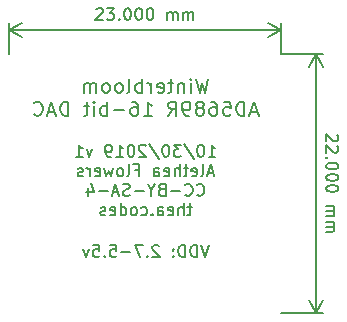
<source format=gbr>
G04 #@! TF.GenerationSoftware,KiCad,Pcbnew,(5.1.2)-2*
G04 #@! TF.CreationDate,2019-11-03T14:13:23-08:00*
G04 #@! TF.ProjectId,dac-breakout-ad5689,6461632d-6272-4656-916b-6f75742d6164,rev?*
G04 #@! TF.SameCoordinates,Original*
G04 #@! TF.FileFunction,Legend,Bot*
G04 #@! TF.FilePolarity,Positive*
%FSLAX46Y46*%
G04 Gerber Fmt 4.6, Leading zero omitted, Abs format (unit mm)*
G04 Created by KiCad (PCBNEW (5.1.2)-2) date 2019-11-03 14:13:23*
%MOMM*%
%LPD*%
G04 APERTURE LIST*
%ADD10C,0.150000*%
G04 APERTURE END LIST*
D10*
X145952380Y-119857142D02*
X146000000Y-119904761D01*
X146047619Y-120000000D01*
X146047619Y-120238095D01*
X146000000Y-120333333D01*
X145952380Y-120380952D01*
X145857142Y-120428571D01*
X145761904Y-120428571D01*
X145619047Y-120380952D01*
X145047619Y-119809523D01*
X145047619Y-120428571D01*
X145952380Y-120809523D02*
X146000000Y-120857142D01*
X146047619Y-120952380D01*
X146047619Y-121190476D01*
X146000000Y-121285714D01*
X145952380Y-121333333D01*
X145857142Y-121380952D01*
X145761904Y-121380952D01*
X145619047Y-121333333D01*
X145047619Y-120761904D01*
X145047619Y-121380952D01*
X145142857Y-121809523D02*
X145095238Y-121857142D01*
X145047619Y-121809523D01*
X145095238Y-121761904D01*
X145142857Y-121809523D01*
X145047619Y-121809523D01*
X146047619Y-122476190D02*
X146047619Y-122571428D01*
X146000000Y-122666666D01*
X145952380Y-122714285D01*
X145857142Y-122761904D01*
X145666666Y-122809523D01*
X145428571Y-122809523D01*
X145238095Y-122761904D01*
X145142857Y-122714285D01*
X145095238Y-122666666D01*
X145047619Y-122571428D01*
X145047619Y-122476190D01*
X145095238Y-122380952D01*
X145142857Y-122333333D01*
X145238095Y-122285714D01*
X145428571Y-122238095D01*
X145666666Y-122238095D01*
X145857142Y-122285714D01*
X145952380Y-122333333D01*
X146000000Y-122380952D01*
X146047619Y-122476190D01*
X146047619Y-123428571D02*
X146047619Y-123523809D01*
X146000000Y-123619047D01*
X145952380Y-123666666D01*
X145857142Y-123714285D01*
X145666666Y-123761904D01*
X145428571Y-123761904D01*
X145238095Y-123714285D01*
X145142857Y-123666666D01*
X145095238Y-123619047D01*
X145047619Y-123523809D01*
X145047619Y-123428571D01*
X145095238Y-123333333D01*
X145142857Y-123285714D01*
X145238095Y-123238095D01*
X145428571Y-123190476D01*
X145666666Y-123190476D01*
X145857142Y-123238095D01*
X145952380Y-123285714D01*
X146000000Y-123333333D01*
X146047619Y-123428571D01*
X146047619Y-124380952D02*
X146047619Y-124476190D01*
X146000000Y-124571428D01*
X145952380Y-124619047D01*
X145857142Y-124666666D01*
X145666666Y-124714285D01*
X145428571Y-124714285D01*
X145238095Y-124666666D01*
X145142857Y-124619047D01*
X145095238Y-124571428D01*
X145047619Y-124476190D01*
X145047619Y-124380952D01*
X145095238Y-124285714D01*
X145142857Y-124238095D01*
X145238095Y-124190476D01*
X145428571Y-124142857D01*
X145666666Y-124142857D01*
X145857142Y-124190476D01*
X145952380Y-124238095D01*
X146000000Y-124285714D01*
X146047619Y-124380952D01*
X145047619Y-125904761D02*
X145714285Y-125904761D01*
X145619047Y-125904761D02*
X145666666Y-125952380D01*
X145714285Y-126047619D01*
X145714285Y-126190476D01*
X145666666Y-126285714D01*
X145571428Y-126333333D01*
X145047619Y-126333333D01*
X145571428Y-126333333D02*
X145666666Y-126380952D01*
X145714285Y-126476190D01*
X145714285Y-126619047D01*
X145666666Y-126714285D01*
X145571428Y-126761904D01*
X145047619Y-126761904D01*
X145047619Y-127238095D02*
X145714285Y-127238095D01*
X145619047Y-127238095D02*
X145666666Y-127285714D01*
X145714285Y-127380952D01*
X145714285Y-127523809D01*
X145666666Y-127619047D01*
X145571428Y-127666666D01*
X145047619Y-127666666D01*
X145571428Y-127666666D02*
X145666666Y-127714285D01*
X145714285Y-127809523D01*
X145714285Y-127952380D01*
X145666666Y-128047619D01*
X145571428Y-128095238D01*
X145047619Y-128095238D01*
X144200000Y-113000000D02*
X144200000Y-135000000D01*
X141200000Y-113000000D02*
X144786421Y-113000000D01*
X141200000Y-135000000D02*
X144786421Y-135000000D01*
X144200000Y-135000000D02*
X143613579Y-133873496D01*
X144200000Y-135000000D02*
X144786421Y-133873496D01*
X144200000Y-113000000D02*
X143613579Y-114126504D01*
X144200000Y-113000000D02*
X144786421Y-114126504D01*
X125557142Y-109247619D02*
X125604761Y-109200000D01*
X125700000Y-109152380D01*
X125938095Y-109152380D01*
X126033333Y-109200000D01*
X126080952Y-109247619D01*
X126128571Y-109342857D01*
X126128571Y-109438095D01*
X126080952Y-109580952D01*
X125509523Y-110152380D01*
X126128571Y-110152380D01*
X126461904Y-109152380D02*
X127080952Y-109152380D01*
X126747619Y-109533333D01*
X126890476Y-109533333D01*
X126985714Y-109580952D01*
X127033333Y-109628571D01*
X127080952Y-109723809D01*
X127080952Y-109961904D01*
X127033333Y-110057142D01*
X126985714Y-110104761D01*
X126890476Y-110152380D01*
X126604761Y-110152380D01*
X126509523Y-110104761D01*
X126461904Y-110057142D01*
X127509523Y-110057142D02*
X127557142Y-110104761D01*
X127509523Y-110152380D01*
X127461904Y-110104761D01*
X127509523Y-110057142D01*
X127509523Y-110152380D01*
X128176190Y-109152380D02*
X128271428Y-109152380D01*
X128366666Y-109200000D01*
X128414285Y-109247619D01*
X128461904Y-109342857D01*
X128509523Y-109533333D01*
X128509523Y-109771428D01*
X128461904Y-109961904D01*
X128414285Y-110057142D01*
X128366666Y-110104761D01*
X128271428Y-110152380D01*
X128176190Y-110152380D01*
X128080952Y-110104761D01*
X128033333Y-110057142D01*
X127985714Y-109961904D01*
X127938095Y-109771428D01*
X127938095Y-109533333D01*
X127985714Y-109342857D01*
X128033333Y-109247619D01*
X128080952Y-109200000D01*
X128176190Y-109152380D01*
X129128571Y-109152380D02*
X129223809Y-109152380D01*
X129319047Y-109200000D01*
X129366666Y-109247619D01*
X129414285Y-109342857D01*
X129461904Y-109533333D01*
X129461904Y-109771428D01*
X129414285Y-109961904D01*
X129366666Y-110057142D01*
X129319047Y-110104761D01*
X129223809Y-110152380D01*
X129128571Y-110152380D01*
X129033333Y-110104761D01*
X128985714Y-110057142D01*
X128938095Y-109961904D01*
X128890476Y-109771428D01*
X128890476Y-109533333D01*
X128938095Y-109342857D01*
X128985714Y-109247619D01*
X129033333Y-109200000D01*
X129128571Y-109152380D01*
X130080952Y-109152380D02*
X130176190Y-109152380D01*
X130271428Y-109200000D01*
X130319047Y-109247619D01*
X130366666Y-109342857D01*
X130414285Y-109533333D01*
X130414285Y-109771428D01*
X130366666Y-109961904D01*
X130319047Y-110057142D01*
X130271428Y-110104761D01*
X130176190Y-110152380D01*
X130080952Y-110152380D01*
X129985714Y-110104761D01*
X129938095Y-110057142D01*
X129890476Y-109961904D01*
X129842857Y-109771428D01*
X129842857Y-109533333D01*
X129890476Y-109342857D01*
X129938095Y-109247619D01*
X129985714Y-109200000D01*
X130080952Y-109152380D01*
X131604761Y-110152380D02*
X131604761Y-109485714D01*
X131604761Y-109580952D02*
X131652380Y-109533333D01*
X131747619Y-109485714D01*
X131890476Y-109485714D01*
X131985714Y-109533333D01*
X132033333Y-109628571D01*
X132033333Y-110152380D01*
X132033333Y-109628571D02*
X132080952Y-109533333D01*
X132176190Y-109485714D01*
X132319047Y-109485714D01*
X132414285Y-109533333D01*
X132461904Y-109628571D01*
X132461904Y-110152380D01*
X132938095Y-110152380D02*
X132938095Y-109485714D01*
X132938095Y-109580952D02*
X132985714Y-109533333D01*
X133080952Y-109485714D01*
X133223809Y-109485714D01*
X133319047Y-109533333D01*
X133366666Y-109628571D01*
X133366666Y-110152380D01*
X133366666Y-109628571D02*
X133414285Y-109533333D01*
X133509523Y-109485714D01*
X133652380Y-109485714D01*
X133747619Y-109533333D01*
X133795238Y-109628571D01*
X133795238Y-110152380D01*
X118200000Y-111000000D02*
X141200000Y-111000000D01*
X118200000Y-113000000D02*
X118200000Y-110413579D01*
X141200000Y-113000000D02*
X141200000Y-110413579D01*
X141200000Y-111000000D02*
X140073496Y-111586421D01*
X141200000Y-111000000D02*
X140073496Y-110413579D01*
X118200000Y-111000000D02*
X119326504Y-111586421D01*
X118200000Y-111000000D02*
X119326504Y-110413579D01*
X135083333Y-129202380D02*
X134750000Y-130202380D01*
X134416666Y-129202380D01*
X134083333Y-130202380D02*
X134083333Y-129202380D01*
X133845238Y-129202380D01*
X133702380Y-129250000D01*
X133607142Y-129345238D01*
X133559523Y-129440476D01*
X133511904Y-129630952D01*
X133511904Y-129773809D01*
X133559523Y-129964285D01*
X133607142Y-130059523D01*
X133702380Y-130154761D01*
X133845238Y-130202380D01*
X134083333Y-130202380D01*
X133083333Y-130202380D02*
X133083333Y-129202380D01*
X132845238Y-129202380D01*
X132702380Y-129250000D01*
X132607142Y-129345238D01*
X132559523Y-129440476D01*
X132511904Y-129630952D01*
X132511904Y-129773809D01*
X132559523Y-129964285D01*
X132607142Y-130059523D01*
X132702380Y-130154761D01*
X132845238Y-130202380D01*
X133083333Y-130202380D01*
X132083333Y-130107142D02*
X132035714Y-130154761D01*
X132083333Y-130202380D01*
X132130952Y-130154761D01*
X132083333Y-130107142D01*
X132083333Y-130202380D01*
X132083333Y-129583333D02*
X132035714Y-129630952D01*
X132083333Y-129678571D01*
X132130952Y-129630952D01*
X132083333Y-129583333D01*
X132083333Y-129678571D01*
X130892857Y-129297619D02*
X130845238Y-129250000D01*
X130750000Y-129202380D01*
X130511904Y-129202380D01*
X130416666Y-129250000D01*
X130369047Y-129297619D01*
X130321428Y-129392857D01*
X130321428Y-129488095D01*
X130369047Y-129630952D01*
X130940476Y-130202380D01*
X130321428Y-130202380D01*
X129892857Y-130107142D02*
X129845238Y-130154761D01*
X129892857Y-130202380D01*
X129940476Y-130154761D01*
X129892857Y-130107142D01*
X129892857Y-130202380D01*
X129511904Y-129202380D02*
X128845238Y-129202380D01*
X129273809Y-130202380D01*
X128464285Y-129821428D02*
X127702380Y-129821428D01*
X126750000Y-129202380D02*
X127226190Y-129202380D01*
X127273809Y-129678571D01*
X127226190Y-129630952D01*
X127130952Y-129583333D01*
X126892857Y-129583333D01*
X126797619Y-129630952D01*
X126750000Y-129678571D01*
X126702380Y-129773809D01*
X126702380Y-130011904D01*
X126750000Y-130107142D01*
X126797619Y-130154761D01*
X126892857Y-130202380D01*
X127130952Y-130202380D01*
X127226190Y-130154761D01*
X127273809Y-130107142D01*
X126273809Y-130107142D02*
X126226190Y-130154761D01*
X126273809Y-130202380D01*
X126321428Y-130154761D01*
X126273809Y-130107142D01*
X126273809Y-130202380D01*
X125321428Y-129202380D02*
X125797619Y-129202380D01*
X125845238Y-129678571D01*
X125797619Y-129630952D01*
X125702380Y-129583333D01*
X125464285Y-129583333D01*
X125369047Y-129630952D01*
X125321428Y-129678571D01*
X125273809Y-129773809D01*
X125273809Y-130011904D01*
X125321428Y-130107142D01*
X125369047Y-130154761D01*
X125464285Y-130202380D01*
X125702380Y-130202380D01*
X125797619Y-130154761D01*
X125845238Y-130107142D01*
X124940476Y-129535714D02*
X124702380Y-130202380D01*
X124464285Y-129535714D01*
X135064285Y-115117857D02*
X134778571Y-116317857D01*
X134550000Y-115460714D01*
X134321428Y-116317857D01*
X134035714Y-115117857D01*
X133578571Y-116317857D02*
X133578571Y-115517857D01*
X133578571Y-115117857D02*
X133635714Y-115175000D01*
X133578571Y-115232142D01*
X133521428Y-115175000D01*
X133578571Y-115117857D01*
X133578571Y-115232142D01*
X133007142Y-115517857D02*
X133007142Y-116317857D01*
X133007142Y-115632142D02*
X132950000Y-115575000D01*
X132835714Y-115517857D01*
X132664285Y-115517857D01*
X132550000Y-115575000D01*
X132492857Y-115689285D01*
X132492857Y-116317857D01*
X132092857Y-115517857D02*
X131635714Y-115517857D01*
X131921428Y-115117857D02*
X131921428Y-116146428D01*
X131864285Y-116260714D01*
X131750000Y-116317857D01*
X131635714Y-116317857D01*
X130778571Y-116260714D02*
X130892857Y-116317857D01*
X131121428Y-116317857D01*
X131235714Y-116260714D01*
X131292857Y-116146428D01*
X131292857Y-115689285D01*
X131235714Y-115575000D01*
X131121428Y-115517857D01*
X130892857Y-115517857D01*
X130778571Y-115575000D01*
X130721428Y-115689285D01*
X130721428Y-115803571D01*
X131292857Y-115917857D01*
X130207142Y-116317857D02*
X130207142Y-115517857D01*
X130207142Y-115746428D02*
X130150000Y-115632142D01*
X130092857Y-115575000D01*
X129978571Y-115517857D01*
X129864285Y-115517857D01*
X129464285Y-116317857D02*
X129464285Y-115117857D01*
X129464285Y-115575000D02*
X129350000Y-115517857D01*
X129121428Y-115517857D01*
X129007142Y-115575000D01*
X128950000Y-115632142D01*
X128892857Y-115746428D01*
X128892857Y-116089285D01*
X128950000Y-116203571D01*
X129007142Y-116260714D01*
X129121428Y-116317857D01*
X129350000Y-116317857D01*
X129464285Y-116260714D01*
X128207142Y-116317857D02*
X128321428Y-116260714D01*
X128378571Y-116146428D01*
X128378571Y-115117857D01*
X127578571Y-116317857D02*
X127692857Y-116260714D01*
X127750000Y-116203571D01*
X127807142Y-116089285D01*
X127807142Y-115746428D01*
X127750000Y-115632142D01*
X127692857Y-115575000D01*
X127578571Y-115517857D01*
X127407142Y-115517857D01*
X127292857Y-115575000D01*
X127235714Y-115632142D01*
X127178571Y-115746428D01*
X127178571Y-116089285D01*
X127235714Y-116203571D01*
X127292857Y-116260714D01*
X127407142Y-116317857D01*
X127578571Y-116317857D01*
X126492857Y-116317857D02*
X126607142Y-116260714D01*
X126664285Y-116203571D01*
X126721428Y-116089285D01*
X126721428Y-115746428D01*
X126664285Y-115632142D01*
X126607142Y-115575000D01*
X126492857Y-115517857D01*
X126321428Y-115517857D01*
X126207142Y-115575000D01*
X126150000Y-115632142D01*
X126092857Y-115746428D01*
X126092857Y-116089285D01*
X126150000Y-116203571D01*
X126207142Y-116260714D01*
X126321428Y-116317857D01*
X126492857Y-116317857D01*
X125578571Y-116317857D02*
X125578571Y-115517857D01*
X125578571Y-115632142D02*
X125521428Y-115575000D01*
X125407142Y-115517857D01*
X125235714Y-115517857D01*
X125121428Y-115575000D01*
X125064285Y-115689285D01*
X125064285Y-116317857D01*
X125064285Y-115689285D02*
X125007142Y-115575000D01*
X124892857Y-115517857D01*
X124721428Y-115517857D01*
X124607142Y-115575000D01*
X124550000Y-115689285D01*
X124550000Y-116317857D01*
X139207142Y-117925000D02*
X138635714Y-117925000D01*
X139321428Y-118267857D02*
X138921428Y-117067857D01*
X138521428Y-118267857D01*
X138121428Y-118267857D02*
X138121428Y-117067857D01*
X137835714Y-117067857D01*
X137664285Y-117125000D01*
X137550000Y-117239285D01*
X137492857Y-117353571D01*
X137435714Y-117582142D01*
X137435714Y-117753571D01*
X137492857Y-117982142D01*
X137550000Y-118096428D01*
X137664285Y-118210714D01*
X137835714Y-118267857D01*
X138121428Y-118267857D01*
X136350000Y-117067857D02*
X136921428Y-117067857D01*
X136978571Y-117639285D01*
X136921428Y-117582142D01*
X136807142Y-117525000D01*
X136521428Y-117525000D01*
X136407142Y-117582142D01*
X136350000Y-117639285D01*
X136292857Y-117753571D01*
X136292857Y-118039285D01*
X136350000Y-118153571D01*
X136407142Y-118210714D01*
X136521428Y-118267857D01*
X136807142Y-118267857D01*
X136921428Y-118210714D01*
X136978571Y-118153571D01*
X135264285Y-117067857D02*
X135492857Y-117067857D01*
X135607142Y-117125000D01*
X135664285Y-117182142D01*
X135778571Y-117353571D01*
X135835714Y-117582142D01*
X135835714Y-118039285D01*
X135778571Y-118153571D01*
X135721428Y-118210714D01*
X135607142Y-118267857D01*
X135378571Y-118267857D01*
X135264285Y-118210714D01*
X135207142Y-118153571D01*
X135150000Y-118039285D01*
X135150000Y-117753571D01*
X135207142Y-117639285D01*
X135264285Y-117582142D01*
X135378571Y-117525000D01*
X135607142Y-117525000D01*
X135721428Y-117582142D01*
X135778571Y-117639285D01*
X135835714Y-117753571D01*
X134464285Y-117582142D02*
X134578571Y-117525000D01*
X134635714Y-117467857D01*
X134692857Y-117353571D01*
X134692857Y-117296428D01*
X134635714Y-117182142D01*
X134578571Y-117125000D01*
X134464285Y-117067857D01*
X134235714Y-117067857D01*
X134121428Y-117125000D01*
X134064285Y-117182142D01*
X134007142Y-117296428D01*
X134007142Y-117353571D01*
X134064285Y-117467857D01*
X134121428Y-117525000D01*
X134235714Y-117582142D01*
X134464285Y-117582142D01*
X134578571Y-117639285D01*
X134635714Y-117696428D01*
X134692857Y-117810714D01*
X134692857Y-118039285D01*
X134635714Y-118153571D01*
X134578571Y-118210714D01*
X134464285Y-118267857D01*
X134235714Y-118267857D01*
X134121428Y-118210714D01*
X134064285Y-118153571D01*
X134007142Y-118039285D01*
X134007142Y-117810714D01*
X134064285Y-117696428D01*
X134121428Y-117639285D01*
X134235714Y-117582142D01*
X133435714Y-118267857D02*
X133207142Y-118267857D01*
X133092857Y-118210714D01*
X133035714Y-118153571D01*
X132921428Y-117982142D01*
X132864285Y-117753571D01*
X132864285Y-117296428D01*
X132921428Y-117182142D01*
X132978571Y-117125000D01*
X133092857Y-117067857D01*
X133321428Y-117067857D01*
X133435714Y-117125000D01*
X133492857Y-117182142D01*
X133550000Y-117296428D01*
X133550000Y-117582142D01*
X133492857Y-117696428D01*
X133435714Y-117753571D01*
X133321428Y-117810714D01*
X133092857Y-117810714D01*
X132978571Y-117753571D01*
X132921428Y-117696428D01*
X132864285Y-117582142D01*
X131664285Y-118267857D02*
X132064285Y-117696428D01*
X132350000Y-118267857D02*
X132350000Y-117067857D01*
X131892857Y-117067857D01*
X131778571Y-117125000D01*
X131721428Y-117182142D01*
X131664285Y-117296428D01*
X131664285Y-117467857D01*
X131721428Y-117582142D01*
X131778571Y-117639285D01*
X131892857Y-117696428D01*
X132350000Y-117696428D01*
X129607142Y-118267857D02*
X130292857Y-118267857D01*
X129950000Y-118267857D02*
X129950000Y-117067857D01*
X130064285Y-117239285D01*
X130178571Y-117353571D01*
X130292857Y-117410714D01*
X128578571Y-117067857D02*
X128807142Y-117067857D01*
X128921428Y-117125000D01*
X128978571Y-117182142D01*
X129092857Y-117353571D01*
X129150000Y-117582142D01*
X129150000Y-118039285D01*
X129092857Y-118153571D01*
X129035714Y-118210714D01*
X128921428Y-118267857D01*
X128692857Y-118267857D01*
X128578571Y-118210714D01*
X128521428Y-118153571D01*
X128464285Y-118039285D01*
X128464285Y-117753571D01*
X128521428Y-117639285D01*
X128578571Y-117582142D01*
X128692857Y-117525000D01*
X128921428Y-117525000D01*
X129035714Y-117582142D01*
X129092857Y-117639285D01*
X129150000Y-117753571D01*
X127950000Y-117810714D02*
X127035714Y-117810714D01*
X126464285Y-118267857D02*
X126464285Y-117067857D01*
X126464285Y-117525000D02*
X126350000Y-117467857D01*
X126121428Y-117467857D01*
X126007142Y-117525000D01*
X125950000Y-117582142D01*
X125892857Y-117696428D01*
X125892857Y-118039285D01*
X125950000Y-118153571D01*
X126007142Y-118210714D01*
X126121428Y-118267857D01*
X126350000Y-118267857D01*
X126464285Y-118210714D01*
X125378571Y-118267857D02*
X125378571Y-117467857D01*
X125378571Y-117067857D02*
X125435714Y-117125000D01*
X125378571Y-117182142D01*
X125321428Y-117125000D01*
X125378571Y-117067857D01*
X125378571Y-117182142D01*
X124978571Y-117467857D02*
X124521428Y-117467857D01*
X124807142Y-117067857D02*
X124807142Y-118096428D01*
X124750000Y-118210714D01*
X124635714Y-118267857D01*
X124521428Y-118267857D01*
X123207142Y-118267857D02*
X123207142Y-117067857D01*
X122921428Y-117067857D01*
X122750000Y-117125000D01*
X122635714Y-117239285D01*
X122578571Y-117353571D01*
X122521428Y-117582142D01*
X122521428Y-117753571D01*
X122578571Y-117982142D01*
X122635714Y-118096428D01*
X122750000Y-118210714D01*
X122921428Y-118267857D01*
X123207142Y-118267857D01*
X122064285Y-117925000D02*
X121492857Y-117925000D01*
X122178571Y-118267857D02*
X121778571Y-117067857D01*
X121378571Y-118267857D01*
X120292857Y-118153571D02*
X120350000Y-118210714D01*
X120521428Y-118267857D01*
X120635714Y-118267857D01*
X120807142Y-118210714D01*
X120921428Y-118096428D01*
X120978571Y-117982142D01*
X121035714Y-117753571D01*
X121035714Y-117582142D01*
X120978571Y-117353571D01*
X120921428Y-117239285D01*
X120807142Y-117125000D01*
X120635714Y-117067857D01*
X120521428Y-117067857D01*
X120350000Y-117125000D01*
X120292857Y-117182142D01*
X135083333Y-121727380D02*
X135654761Y-121727380D01*
X135369047Y-121727380D02*
X135369047Y-120727380D01*
X135464285Y-120870238D01*
X135559523Y-120965476D01*
X135654761Y-121013095D01*
X134464285Y-120727380D02*
X134369047Y-120727380D01*
X134273809Y-120775000D01*
X134226190Y-120822619D01*
X134178571Y-120917857D01*
X134130952Y-121108333D01*
X134130952Y-121346428D01*
X134178571Y-121536904D01*
X134226190Y-121632142D01*
X134273809Y-121679761D01*
X134369047Y-121727380D01*
X134464285Y-121727380D01*
X134559523Y-121679761D01*
X134607142Y-121632142D01*
X134654761Y-121536904D01*
X134702380Y-121346428D01*
X134702380Y-121108333D01*
X134654761Y-120917857D01*
X134607142Y-120822619D01*
X134559523Y-120775000D01*
X134464285Y-120727380D01*
X132988095Y-120679761D02*
X133845238Y-121965476D01*
X132750000Y-120727380D02*
X132130952Y-120727380D01*
X132464285Y-121108333D01*
X132321428Y-121108333D01*
X132226190Y-121155952D01*
X132178571Y-121203571D01*
X132130952Y-121298809D01*
X132130952Y-121536904D01*
X132178571Y-121632142D01*
X132226190Y-121679761D01*
X132321428Y-121727380D01*
X132607142Y-121727380D01*
X132702380Y-121679761D01*
X132750000Y-121632142D01*
X131511904Y-120727380D02*
X131416666Y-120727380D01*
X131321428Y-120775000D01*
X131273809Y-120822619D01*
X131226190Y-120917857D01*
X131178571Y-121108333D01*
X131178571Y-121346428D01*
X131226190Y-121536904D01*
X131273809Y-121632142D01*
X131321428Y-121679761D01*
X131416666Y-121727380D01*
X131511904Y-121727380D01*
X131607142Y-121679761D01*
X131654761Y-121632142D01*
X131702380Y-121536904D01*
X131750000Y-121346428D01*
X131750000Y-121108333D01*
X131702380Y-120917857D01*
X131654761Y-120822619D01*
X131607142Y-120775000D01*
X131511904Y-120727380D01*
X130035714Y-120679761D02*
X130892857Y-121965476D01*
X129750000Y-120822619D02*
X129702380Y-120775000D01*
X129607142Y-120727380D01*
X129369047Y-120727380D01*
X129273809Y-120775000D01*
X129226190Y-120822619D01*
X129178571Y-120917857D01*
X129178571Y-121013095D01*
X129226190Y-121155952D01*
X129797619Y-121727380D01*
X129178571Y-121727380D01*
X128559523Y-120727380D02*
X128464285Y-120727380D01*
X128369047Y-120775000D01*
X128321428Y-120822619D01*
X128273809Y-120917857D01*
X128226190Y-121108333D01*
X128226190Y-121346428D01*
X128273809Y-121536904D01*
X128321428Y-121632142D01*
X128369047Y-121679761D01*
X128464285Y-121727380D01*
X128559523Y-121727380D01*
X128654761Y-121679761D01*
X128702380Y-121632142D01*
X128750000Y-121536904D01*
X128797619Y-121346428D01*
X128797619Y-121108333D01*
X128750000Y-120917857D01*
X128702380Y-120822619D01*
X128654761Y-120775000D01*
X128559523Y-120727380D01*
X127273809Y-121727380D02*
X127845238Y-121727380D01*
X127559523Y-121727380D02*
X127559523Y-120727380D01*
X127654761Y-120870238D01*
X127750000Y-120965476D01*
X127845238Y-121013095D01*
X126797619Y-121727380D02*
X126607142Y-121727380D01*
X126511904Y-121679761D01*
X126464285Y-121632142D01*
X126369047Y-121489285D01*
X126321428Y-121298809D01*
X126321428Y-120917857D01*
X126369047Y-120822619D01*
X126416666Y-120775000D01*
X126511904Y-120727380D01*
X126702380Y-120727380D01*
X126797619Y-120775000D01*
X126845238Y-120822619D01*
X126892857Y-120917857D01*
X126892857Y-121155952D01*
X126845238Y-121251190D01*
X126797619Y-121298809D01*
X126702380Y-121346428D01*
X126511904Y-121346428D01*
X126416666Y-121298809D01*
X126369047Y-121251190D01*
X126321428Y-121155952D01*
X125226190Y-121060714D02*
X124988095Y-121727380D01*
X124750000Y-121060714D01*
X123845238Y-121727380D02*
X124416666Y-121727380D01*
X124130952Y-121727380D02*
X124130952Y-120727380D01*
X124226190Y-120870238D01*
X124321428Y-120965476D01*
X124416666Y-121013095D01*
X135488095Y-123091666D02*
X135011904Y-123091666D01*
X135583333Y-123377380D02*
X135250000Y-122377380D01*
X134916666Y-123377380D01*
X134440476Y-123377380D02*
X134535714Y-123329761D01*
X134583333Y-123234523D01*
X134583333Y-122377380D01*
X133678571Y-123329761D02*
X133773809Y-123377380D01*
X133964285Y-123377380D01*
X134059523Y-123329761D01*
X134107142Y-123234523D01*
X134107142Y-122853571D01*
X134059523Y-122758333D01*
X133964285Y-122710714D01*
X133773809Y-122710714D01*
X133678571Y-122758333D01*
X133630952Y-122853571D01*
X133630952Y-122948809D01*
X134107142Y-123044047D01*
X133345238Y-122710714D02*
X132964285Y-122710714D01*
X133202380Y-122377380D02*
X133202380Y-123234523D01*
X133154761Y-123329761D01*
X133059523Y-123377380D01*
X132964285Y-123377380D01*
X132630952Y-123377380D02*
X132630952Y-122377380D01*
X132202380Y-123377380D02*
X132202380Y-122853571D01*
X132250000Y-122758333D01*
X132345238Y-122710714D01*
X132488095Y-122710714D01*
X132583333Y-122758333D01*
X132630952Y-122805952D01*
X131345238Y-123329761D02*
X131440476Y-123377380D01*
X131630952Y-123377380D01*
X131726190Y-123329761D01*
X131773809Y-123234523D01*
X131773809Y-122853571D01*
X131726190Y-122758333D01*
X131630952Y-122710714D01*
X131440476Y-122710714D01*
X131345238Y-122758333D01*
X131297619Y-122853571D01*
X131297619Y-122948809D01*
X131773809Y-123044047D01*
X130440476Y-123377380D02*
X130440476Y-122853571D01*
X130488095Y-122758333D01*
X130583333Y-122710714D01*
X130773809Y-122710714D01*
X130869047Y-122758333D01*
X130440476Y-123329761D02*
X130535714Y-123377380D01*
X130773809Y-123377380D01*
X130869047Y-123329761D01*
X130916666Y-123234523D01*
X130916666Y-123139285D01*
X130869047Y-123044047D01*
X130773809Y-122996428D01*
X130535714Y-122996428D01*
X130440476Y-122948809D01*
X128869047Y-122853571D02*
X129202380Y-122853571D01*
X129202380Y-123377380D02*
X129202380Y-122377380D01*
X128726190Y-122377380D01*
X128202380Y-123377380D02*
X128297619Y-123329761D01*
X128345238Y-123234523D01*
X128345238Y-122377380D01*
X127678571Y-123377380D02*
X127773809Y-123329761D01*
X127821428Y-123282142D01*
X127869047Y-123186904D01*
X127869047Y-122901190D01*
X127821428Y-122805952D01*
X127773809Y-122758333D01*
X127678571Y-122710714D01*
X127535714Y-122710714D01*
X127440476Y-122758333D01*
X127392857Y-122805952D01*
X127345238Y-122901190D01*
X127345238Y-123186904D01*
X127392857Y-123282142D01*
X127440476Y-123329761D01*
X127535714Y-123377380D01*
X127678571Y-123377380D01*
X127011904Y-122710714D02*
X126821428Y-123377380D01*
X126630952Y-122901190D01*
X126440476Y-123377380D01*
X126250000Y-122710714D01*
X125488095Y-123329761D02*
X125583333Y-123377380D01*
X125773809Y-123377380D01*
X125869047Y-123329761D01*
X125916666Y-123234523D01*
X125916666Y-122853571D01*
X125869047Y-122758333D01*
X125773809Y-122710714D01*
X125583333Y-122710714D01*
X125488095Y-122758333D01*
X125440476Y-122853571D01*
X125440476Y-122948809D01*
X125916666Y-123044047D01*
X125011904Y-123377380D02*
X125011904Y-122710714D01*
X125011904Y-122901190D02*
X124964285Y-122805952D01*
X124916666Y-122758333D01*
X124821428Y-122710714D01*
X124726190Y-122710714D01*
X124440476Y-123329761D02*
X124345238Y-123377380D01*
X124154761Y-123377380D01*
X124059523Y-123329761D01*
X124011904Y-123234523D01*
X124011904Y-123186904D01*
X124059523Y-123091666D01*
X124154761Y-123044047D01*
X124297619Y-123044047D01*
X124392857Y-122996428D01*
X124440476Y-122901190D01*
X124440476Y-122853571D01*
X124392857Y-122758333D01*
X124297619Y-122710714D01*
X124154761Y-122710714D01*
X124059523Y-122758333D01*
X134107142Y-124932142D02*
X134154761Y-124979761D01*
X134297619Y-125027380D01*
X134392857Y-125027380D01*
X134535714Y-124979761D01*
X134630952Y-124884523D01*
X134678571Y-124789285D01*
X134726190Y-124598809D01*
X134726190Y-124455952D01*
X134678571Y-124265476D01*
X134630952Y-124170238D01*
X134535714Y-124075000D01*
X134392857Y-124027380D01*
X134297619Y-124027380D01*
X134154761Y-124075000D01*
X134107142Y-124122619D01*
X133107142Y-124932142D02*
X133154761Y-124979761D01*
X133297619Y-125027380D01*
X133392857Y-125027380D01*
X133535714Y-124979761D01*
X133630952Y-124884523D01*
X133678571Y-124789285D01*
X133726190Y-124598809D01*
X133726190Y-124455952D01*
X133678571Y-124265476D01*
X133630952Y-124170238D01*
X133535714Y-124075000D01*
X133392857Y-124027380D01*
X133297619Y-124027380D01*
X133154761Y-124075000D01*
X133107142Y-124122619D01*
X132678571Y-124646428D02*
X131916666Y-124646428D01*
X131107142Y-124503571D02*
X130964285Y-124551190D01*
X130916666Y-124598809D01*
X130869047Y-124694047D01*
X130869047Y-124836904D01*
X130916666Y-124932142D01*
X130964285Y-124979761D01*
X131059523Y-125027380D01*
X131440476Y-125027380D01*
X131440476Y-124027380D01*
X131107142Y-124027380D01*
X131011904Y-124075000D01*
X130964285Y-124122619D01*
X130916666Y-124217857D01*
X130916666Y-124313095D01*
X130964285Y-124408333D01*
X131011904Y-124455952D01*
X131107142Y-124503571D01*
X131440476Y-124503571D01*
X130250000Y-124551190D02*
X130250000Y-125027380D01*
X130583333Y-124027380D02*
X130250000Y-124551190D01*
X129916666Y-124027380D01*
X129583333Y-124646428D02*
X128821428Y-124646428D01*
X128392857Y-124979761D02*
X128250000Y-125027380D01*
X128011904Y-125027380D01*
X127916666Y-124979761D01*
X127869047Y-124932142D01*
X127821428Y-124836904D01*
X127821428Y-124741666D01*
X127869047Y-124646428D01*
X127916666Y-124598809D01*
X128011904Y-124551190D01*
X128202380Y-124503571D01*
X128297619Y-124455952D01*
X128345238Y-124408333D01*
X128392857Y-124313095D01*
X128392857Y-124217857D01*
X128345238Y-124122619D01*
X128297619Y-124075000D01*
X128202380Y-124027380D01*
X127964285Y-124027380D01*
X127821428Y-124075000D01*
X127440476Y-124741666D02*
X126964285Y-124741666D01*
X127535714Y-125027380D02*
X127202380Y-124027380D01*
X126869047Y-125027380D01*
X126535714Y-124646428D02*
X125773809Y-124646428D01*
X124869047Y-124360714D02*
X124869047Y-125027380D01*
X125107142Y-123979761D02*
X125345238Y-124694047D01*
X124726190Y-124694047D01*
X133678571Y-126010714D02*
X133297619Y-126010714D01*
X133535714Y-125677380D02*
X133535714Y-126534523D01*
X133488095Y-126629761D01*
X133392857Y-126677380D01*
X133297619Y-126677380D01*
X132964285Y-126677380D02*
X132964285Y-125677380D01*
X132535714Y-126677380D02*
X132535714Y-126153571D01*
X132583333Y-126058333D01*
X132678571Y-126010714D01*
X132821428Y-126010714D01*
X132916666Y-126058333D01*
X132964285Y-126105952D01*
X131678571Y-126629761D02*
X131773809Y-126677380D01*
X131964285Y-126677380D01*
X132059523Y-126629761D01*
X132107142Y-126534523D01*
X132107142Y-126153571D01*
X132059523Y-126058333D01*
X131964285Y-126010714D01*
X131773809Y-126010714D01*
X131678571Y-126058333D01*
X131630952Y-126153571D01*
X131630952Y-126248809D01*
X132107142Y-126344047D01*
X130773809Y-126677380D02*
X130773809Y-126153571D01*
X130821428Y-126058333D01*
X130916666Y-126010714D01*
X131107142Y-126010714D01*
X131202380Y-126058333D01*
X130773809Y-126629761D02*
X130869047Y-126677380D01*
X131107142Y-126677380D01*
X131202380Y-126629761D01*
X131250000Y-126534523D01*
X131250000Y-126439285D01*
X131202380Y-126344047D01*
X131107142Y-126296428D01*
X130869047Y-126296428D01*
X130773809Y-126248809D01*
X130297619Y-126582142D02*
X130250000Y-126629761D01*
X130297619Y-126677380D01*
X130345238Y-126629761D01*
X130297619Y-126582142D01*
X130297619Y-126677380D01*
X129392857Y-126629761D02*
X129488095Y-126677380D01*
X129678571Y-126677380D01*
X129773809Y-126629761D01*
X129821428Y-126582142D01*
X129869047Y-126486904D01*
X129869047Y-126201190D01*
X129821428Y-126105952D01*
X129773809Y-126058333D01*
X129678571Y-126010714D01*
X129488095Y-126010714D01*
X129392857Y-126058333D01*
X128821428Y-126677380D02*
X128916666Y-126629761D01*
X128964285Y-126582142D01*
X129011904Y-126486904D01*
X129011904Y-126201190D01*
X128964285Y-126105952D01*
X128916666Y-126058333D01*
X128821428Y-126010714D01*
X128678571Y-126010714D01*
X128583333Y-126058333D01*
X128535714Y-126105952D01*
X128488095Y-126201190D01*
X128488095Y-126486904D01*
X128535714Y-126582142D01*
X128583333Y-126629761D01*
X128678571Y-126677380D01*
X128821428Y-126677380D01*
X127630952Y-126677380D02*
X127630952Y-125677380D01*
X127630952Y-126629761D02*
X127726190Y-126677380D01*
X127916666Y-126677380D01*
X128011904Y-126629761D01*
X128059523Y-126582142D01*
X128107142Y-126486904D01*
X128107142Y-126201190D01*
X128059523Y-126105952D01*
X128011904Y-126058333D01*
X127916666Y-126010714D01*
X127726190Y-126010714D01*
X127630952Y-126058333D01*
X126773809Y-126629761D02*
X126869047Y-126677380D01*
X127059523Y-126677380D01*
X127154761Y-126629761D01*
X127202380Y-126534523D01*
X127202380Y-126153571D01*
X127154761Y-126058333D01*
X127059523Y-126010714D01*
X126869047Y-126010714D01*
X126773809Y-126058333D01*
X126726190Y-126153571D01*
X126726190Y-126248809D01*
X127202380Y-126344047D01*
X126345238Y-126629761D02*
X126250000Y-126677380D01*
X126059523Y-126677380D01*
X125964285Y-126629761D01*
X125916666Y-126534523D01*
X125916666Y-126486904D01*
X125964285Y-126391666D01*
X126059523Y-126344047D01*
X126202380Y-126344047D01*
X126297619Y-126296428D01*
X126345238Y-126201190D01*
X126345238Y-126153571D01*
X126297619Y-126058333D01*
X126202380Y-126010714D01*
X126059523Y-126010714D01*
X125964285Y-126058333D01*
M02*

</source>
